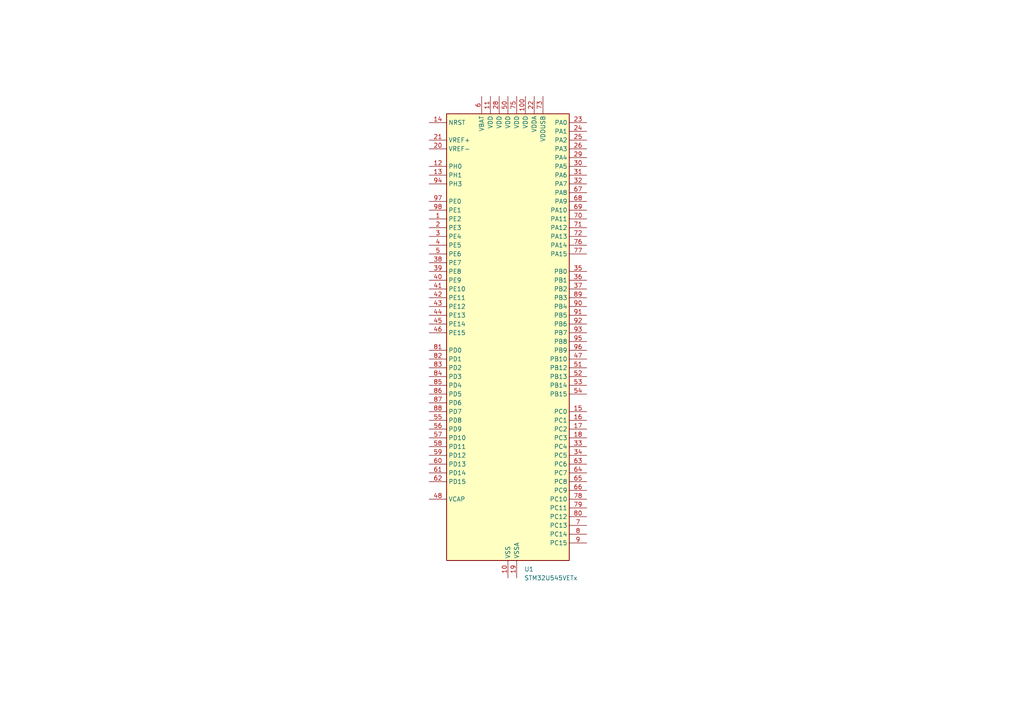
<source format=kicad_sch>
(kicad_sch (version 20231120) (generator "eeschema") (generator_version "8.0")
  (paper "A4")
  (title_block (title "cpu (carte-io)") (date "2024-10-09") (rev "1.0"))
  (lib_symbols
    (symbol "MCU_ST_STM32U5:STM32U545VETx"
      (property "Reference" "U" (at -17.78 67.31 0))
      (property "Value" "STM32U545VETx" (at 12.7 67.31 0))
      (symbol "STM32U545VETx_0_1"
        (rectangle (start -17.78 -63.5) (end 17.78 66.04) (stroke (width 0.254)) (fill (type background)))
      )
      (symbol "STM32U545VETx_1_1"
        (pin bidirectional line (at -22.86 35.56 0) (length 5.08) (name "PE2") (number "1"))
        (pin power_in line (at 0 -68.58 90) (length 5.08) (name "VSS") (number "10"))
        (pin power_in line (at 5.08 71.12 270) (length 5.08) (name "VDD") (number "100"))
        (pin power_in line (at -5.08 71.12 270) (length 5.08) (name "VDD") (number "11"))
        (pin bidirectional line (at -22.86 50.8 0) (length 5.08) (name "PH0") (number "12"))
        (pin bidirectional line (at -22.86 48.26 0) (length 5.08) (name "PH1") (number "13"))
        (pin input line (at -22.86 63.5 0) (length 5.08) (name "NRST") (number "14"))
        (pin bidirectional line (at 22.86 -20.32 180) (length 5.08) (name "PC0") (number "15"))
        (pin bidirectional line (at 22.86 -22.86 180) (length 5.08) (name "PC1") (number "16"))
        (pin bidirectional line (at 22.86 -25.4 180) (length 5.08) (name "PC2") (number "17"))
        (pin bidirectional line (at 22.86 -27.94 180) (length 5.08) (name "PC3") (number "18"))
        (pin power_in line (at 2.54 -68.58 90) (length 5.08) (name "VSSA") (number "19"))
        (pin bidirectional line (at -22.86 33.02 0) (length 5.08) (name "PE3") (number "2"))
        (pin input line (at -22.86 55.88 0) (length 5.08) (name "VREF-") (number "20"))
        (pin input line (at -22.86 58.42 0) (length 5.08) (name "VREF+") (number "21"))
        (pin power_in line (at 7.62 71.12 270) (length 5.08) (name "VDDA") (number "22"))
        (pin bidirectional line (at 22.86 63.5 180) (length 5.08) (name "PA0") (number "23"))
        (pin bidirectional line (at 22.86 60.96 180) (length 5.08) (name "PA1") (number "24"))
        (pin bidirectional line (at 22.86 58.42 180) (length 5.08) (name "PA2") (number "25"))
        (pin bidirectional line (at 22.86 55.88 180) (length 5.08) (name "PA3") (number "26"))
        (pin passive line (at 0 -68.58 90) (length 5.08) hide (name "VSS") (number "27"))
        (pin power_in line (at -2.54 71.12 270) (length 5.08) (name "VDD") (number "28"))
        (pin bidirectional line (at 22.86 53.34 180) (length 5.08) (name "PA4") (number "29"))
        (pin bidirectional line (at -22.86 30.48 0) (length 5.08) (name "PE4") (number "3"))
        (pin bidirectional line (at 22.86 50.8 180) (length 5.08) (name "PA5") (number "30"))
        (pin bidirectional line (at 22.86 48.26 180) (length 5.08) (name "PA6") (number "31"))
        (pin bidirectional line (at 22.86 45.72 180) (length 5.08) (name "PA7") (number "32"))
        (pin bidirectional line (at 22.86 -30.48 180) (length 5.08) (name "PC4") (number "33"))
        (pin bidirectional line (at 22.86 -33.02 180) (length 5.08) (name "PC5") (number "34"))
        (pin bidirectional line (at 22.86 20.32 180) (length 5.08) (name "PB0") (number "35"))
        (pin bidirectional line (at 22.86 17.78 180) (length 5.08) (name "PB1") (number "36"))
        (pin bidirectional line (at 22.86 15.24 180) (length 5.08) (name "PB2") (number "37"))
        (pin bidirectional line (at -22.86 22.86 0) (length 5.08) (name "PE7") (number "38"))
        (pin bidirectional line (at -22.86 20.32 0) (length 5.08) (name "PE8") (number "39"))
        (pin bidirectional line (at -22.86 27.94 0) (length 5.08) (name "PE5") (number "4"))
        (pin bidirectional line (at -22.86 17.78 0) (length 5.08) (name "PE9") (number "40"))
        (pin bidirectional line (at -22.86 15.24 0) (length 5.08) (name "PE10") (number "41"))
        (pin bidirectional line (at -22.86 12.7 0) (length 5.08) (name "PE11") (number "42"))
        (pin bidirectional line (at -22.86 10.16 0) (length 5.08) (name "PE12") (number "43"))
        (pin bidirectional line (at -22.86 7.62 0) (length 5.08) (name "PE13") (number "44"))
        (pin bidirectional line (at -22.86 5.08 0) (length 5.08) (name "PE14") (number "45"))
        (pin bidirectional line (at -22.86 2.54 0) (length 5.08) (name "PE15") (number "46"))
        (pin bidirectional line (at 22.86 -5.08 180) (length 5.08) (name "PB10") (number "47"))
        (pin power_out line (at -22.86 -45.72 0) (length 5.08) (name "VCAP") (number "48"))
        (pin passive line (at 0 -68.58 90) (length 5.08) hide (name "VSS") (number "49"))
        (pin bidirectional line (at -22.86 25.4 0) (length 5.08) (name "PE6") (number "5"))
        (pin power_in line (at 0 71.12 270) (length 5.08) (name "VDD") (number "50"))
        (pin bidirectional line (at 22.86 -7.62 180) (length 5.08) (name "PB12") (number "51"))
        (pin bidirectional line (at 22.86 -10.16 180) (length 5.08) (name "PB13") (number "52"))
        (pin bidirectional line (at 22.86 -12.7 180) (length 5.08) (name "PB14") (number "53"))
        (pin bidirectional line (at 22.86 -15.24 180) (length 5.08) (name "PB15") (number "54"))
        (pin bidirectional line (at -22.86 -22.86 0) (length 5.08) (name "PD8") (number "55"))
        (pin bidirectional line (at -22.86 -25.4 0) (length 5.08) (name "PD9") (number "56"))
        (pin bidirectional line (at -22.86 -27.94 0) (length 5.08) (name "PD10") (number "57"))
        (pin bidirectional line (at -22.86 -30.48 0) (length 5.08) (name "PD11") (number "58"))
        (pin bidirectional line (at -22.86 -33.02 0) (length 5.08) (name "PD12") (number "59"))
        (pin power_in line (at -7.62 71.12 270) (length 5.08) (name "VBAT") (number "6"))
        (pin bidirectional line (at -22.86 -35.56 0) (length 5.08) (name "PD13") (number "60"))
        (pin bidirectional line (at -22.86 -38.1 0) (length 5.08) (name "PD14") (number "61"))
        (pin bidirectional line (at -22.86 -40.64 0) (length 5.08) (name "PD15") (number "62"))
        (pin bidirectional line (at 22.86 -35.56 180) (length 5.08) (name "PC6") (number "63"))
        (pin bidirectional line (at 22.86 -38.1 180) (length 5.08) (name "PC7") (number "64"))
        (pin bidirectional line (at 22.86 -40.64 180) (length 5.08) (name "PC8") (number "65"))
        (pin bidirectional line (at 22.86 -43.18 180) (length 5.08) (name "PC9") (number "66"))
        (pin bidirectional line (at 22.86 43.18 180) (length 5.08) (name "PA8") (number "67"))
        (pin bidirectional line (at 22.86 40.64 180) (length 5.08) (name "PA9") (number "68"))
        (pin bidirectional line (at 22.86 38.1 180) (length 5.08) (name "PA10") (number "69"))
        (pin bidirectional line (at 22.86 -53.34 180) (length 5.08) (name "PC13") (number "7"))
        (pin bidirectional line (at 22.86 35.56 180) (length 5.08) (name "PA11") (number "70"))
        (pin bidirectional line (at 22.86 33.02 180) (length 5.08) (name "PA12") (number "71"))
        (pin bidirectional line (at 22.86 30.48 180) (length 5.08) (name "PA13") (number "72"))
        (pin power_in line (at 10.16 71.12 270) (length 5.08) (name "VDDUSB") (number "73"))
        (pin passive line (at 0 -68.58 90) (length 5.08) hide (name "VSS") (number "74"))
        (pin power_in line (at 2.54 71.12 270) (length 5.08) (name "VDD") (number "75"))
        (pin bidirectional line (at 22.86 27.94 180) (length 5.08) (name "PA14") (number "76"))
        (pin bidirectional line (at 22.86 25.4 180) (length 5.08) (name "PA15") (number "77"))
        (pin bidirectional line (at 22.86 -45.72 180) (length 5.08) (name "PC10") (number "78"))
        (pin bidirectional line (at 22.86 -48.26 180) (length 5.08) (name "PC11") (number "79"))
        (pin bidirectional line (at 22.86 -55.88 180) (length 5.08) (name "PC14") (number "8"))
        (pin bidirectional line (at 22.86 -50.8 180) (length 5.08) (name "PC12") (number "80"))
        (pin bidirectional line (at -22.86 -2.54 0) (length 5.08) (name "PD0") (number "81"))
        (pin bidirectional line (at -22.86 -5.08 0) (length 5.08) (name "PD1") (number "82"))
        (pin bidirectional line (at -22.86 -7.62 0) (length 5.08) (name "PD2") (number "83"))
        (pin bidirectional line (at -22.86 -10.16 0) (length 5.08) (name "PD3") (number "84"))
        (pin bidirectional line (at -22.86 -12.7 0) (length 5.08) (name "PD4") (number "85"))
        (pin bidirectional line (at -22.86 -15.24 0) (length 5.08) (name "PD5") (number "86"))
        (pin bidirectional line (at -22.86 -17.78 0) (length 5.08) (name "PD6") (number "87"))
        (pin bidirectional line (at -22.86 -20.32 0) (length 5.08) (name "PD7") (number "88"))
        (pin bidirectional line (at 22.86 12.7 180) (length 5.08) (name "PB3") (number "89"))
        (pin bidirectional line (at 22.86 -58.42 180) (length 5.08) (name "PC15") (number "9"))
        (pin bidirectional line (at 22.86 10.16 180) (length 5.08) (name "PB4") (number "90"))
        (pin bidirectional line (at 22.86 7.62 180) (length 5.08) (name "PB5") (number "91"))
        (pin bidirectional line (at 22.86 5.08 180) (length 5.08) (name "PB6") (number "92"))
        (pin bidirectional line (at 22.86 2.54 180) (length 5.08) (name "PB7") (number "93"))
        (pin bidirectional line (at -22.86 45.72 0) (length 5.08) (name "PH3") (number "94"))
        (pin bidirectional line (at 22.86 0 180) (length 5.08) (name "PB8") (number "95"))
        (pin bidirectional line (at 22.86 -2.54 180) (length 5.08) (name "PB9") (number "96"))
        (pin bidirectional line (at -22.86 40.64 0) (length 5.08) (name "PE0") (number "97"))
        (pin bidirectional line (at -22.86 38.1 0) (length 5.08) (name "PE1") (number "98"))
        (pin passive line (at 0 -68.58 90) (length 5.08) hide (name "VSS") (number "99"))
      )
    )
  )
  (symbol (lib_id "MCU_ST_STM32U5:STM32U545VETx") (at 147.32 99.06 0) (unit 1)
    (property "Reference" "U1" (at 152.0541 165.1 0) (effects (justify left)))
    (property "Value" "STM32U545VETx" (at 152.0541 167.64 0) (effects (justify left)))
    (property "Footprint" "Package_QFP:LQFP-100_14x14mm_P0.5mm" (effects (hide yes)))
    (property "Datasheet" "https://www.st.com/resource/en/datasheet/stm32u545ve.pdf" (effects (hide yes)))
    (property "Description" "STMicroelectronics Arm Cortex-M33 MCU, 512KB flash, 274KB RAM, 82 GPIO, LQFP100" (effects (hide yes)))
  )
)
</source>
